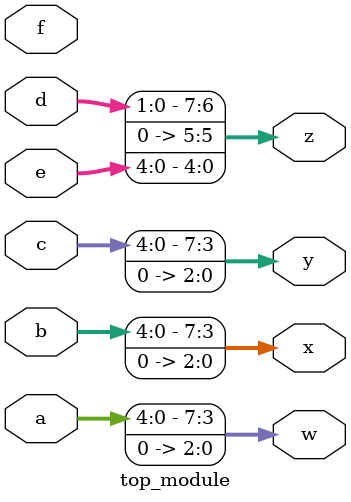
<source format=sv>
module top_module (
    input [4:0] a,
    input [4:0] b,
    input [4:0] c,
    input [4:0] d,
    input [4:0] e,
    input [4:0] f,
    output [7:0] w,
    output [7:0] x,
    output [7:0] y,
    output [7:0] z
);

    // Concatenate the inputs and assign to outputs
    assign w = {a, 3'b000};
    assign x = {b, 3'b000};
    assign y = {c, 3'b000};
    assign z = {d, 1'b0, e[4:0]};  // corrected concatenation based on given description with 2'b11 in last bits

endmodule

</source>
